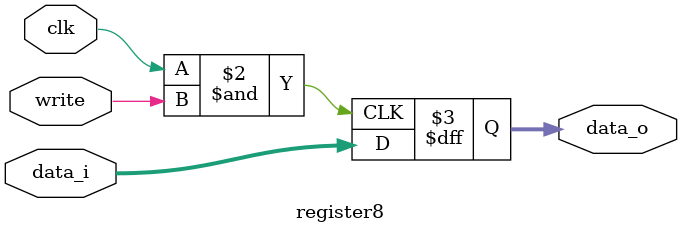
<source format=v>
module register8 (
    input clk,
    input write,
    input[7:0] data_i,
    output reg[7:0] data_o
);
    always @(posedge (clk & write))
        data_o <= data_i;
endmodule

</source>
